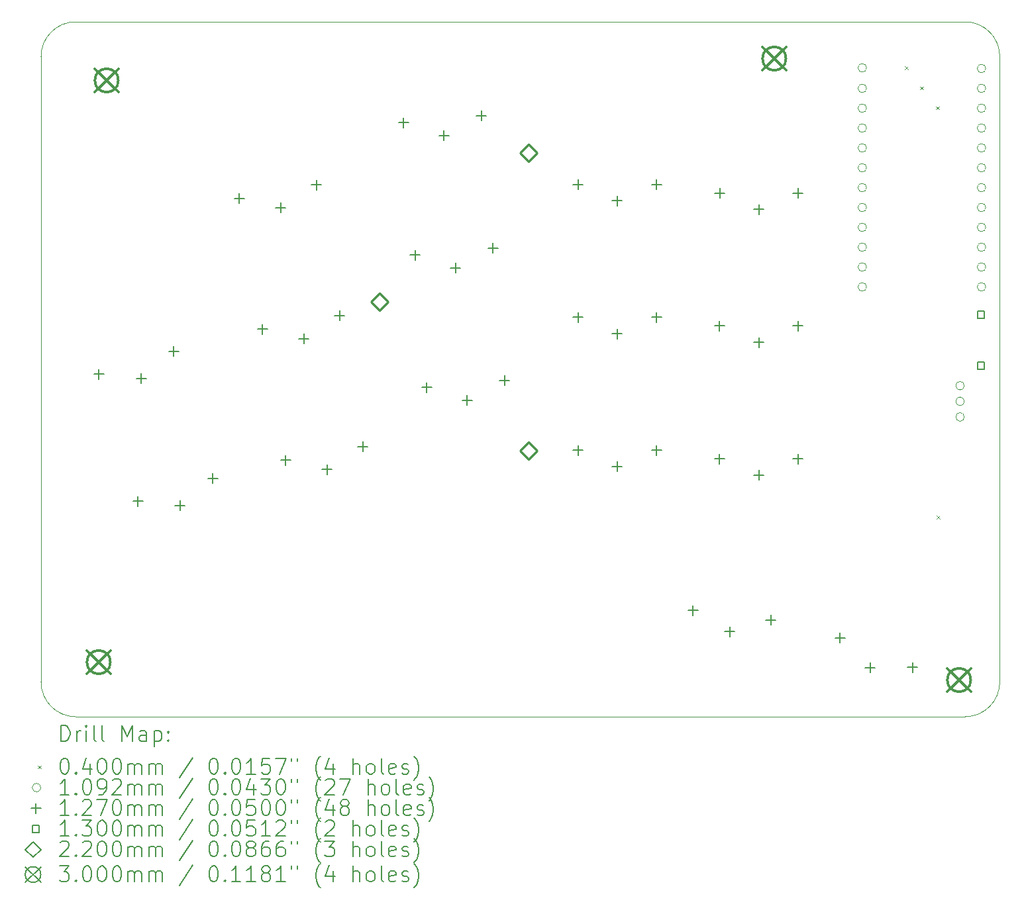
<source format=gbr>
%FSLAX45Y45*%
G04 Gerber Fmt 4.5, Leading zero omitted, Abs format (unit mm)*
G04 Created by KiCad (PCBNEW (6.0.4)) date 2022-07-31 17:14:57*
%MOMM*%
%LPD*%
G01*
G04 APERTURE LIST*
%TA.AperFunction,Profile*%
%ADD10C,0.050000*%
%TD*%
%ADD11C,0.200000*%
%ADD12C,0.040000*%
%ADD13C,0.109220*%
%ADD14C,0.127000*%
%ADD15C,0.130000*%
%ADD16C,0.220000*%
%ADD17C,0.300000*%
G04 APERTURE END LIST*
D10*
X16431618Y3825490D02*
X16431979Y11826325D01*
X4176475Y3825325D02*
G75*
G03*
X4620979Y3380825I444505J5D01*
G01*
X16431975Y11826325D02*
G75*
G03*
X15987479Y12270825I-444495J5D01*
G01*
X4620979Y3380825D02*
X15987118Y3380990D01*
X4176115Y11826612D02*
X4176479Y3825325D01*
X15987479Y12270825D02*
X4620615Y12271112D01*
X4620615Y12271112D02*
G75*
G03*
X4176115Y11826612I0J-444500D01*
G01*
X15987118Y3380991D02*
G75*
G03*
X16431618Y3825490I2J444499D01*
G01*
D11*
D12*
X15220000Y11700985D02*
X15260000Y11660985D01*
X15260000Y11700985D02*
X15220000Y11660985D01*
X15410459Y11444714D02*
X15450459Y11404714D01*
X15450459Y11444714D02*
X15410459Y11404714D01*
X15618978Y11190306D02*
X15658978Y11150306D01*
X15658978Y11190306D02*
X15618978Y11150306D01*
X15624579Y5953525D02*
X15664579Y5913525D01*
X15664579Y5953525D02*
X15624579Y5913525D01*
D13*
X14728331Y11682300D02*
G75*
G03*
X14728331Y11682300I-54610J0D01*
G01*
X14728331Y11419925D02*
G75*
G03*
X14728331Y11419925I-54610J0D01*
G01*
X14728331Y11165925D02*
G75*
G03*
X14728331Y11165925I-54610J0D01*
G01*
X14728331Y10911925D02*
G75*
G03*
X14728331Y10911925I-54610J0D01*
G01*
X14728331Y10657925D02*
G75*
G03*
X14728331Y10657925I-54610J0D01*
G01*
X14728331Y10403925D02*
G75*
G03*
X14728331Y10403925I-54610J0D01*
G01*
X14728331Y10149925D02*
G75*
G03*
X14728331Y10149925I-54610J0D01*
G01*
X14728331Y9895925D02*
G75*
G03*
X14728331Y9895925I-54610J0D01*
G01*
X14728331Y9641925D02*
G75*
G03*
X14728331Y9641925I-54610J0D01*
G01*
X14728331Y9387925D02*
G75*
G03*
X14728331Y9387925I-54610J0D01*
G01*
X14728331Y9133925D02*
G75*
G03*
X14728331Y9133925I-54610J0D01*
G01*
X14728331Y8879925D02*
G75*
G03*
X14728331Y8879925I-54610J0D01*
G01*
X15978589Y7616225D02*
G75*
G03*
X15978589Y7616225I-54610J0D01*
G01*
X15978589Y7416225D02*
G75*
G03*
X15978589Y7416225I-54610J0D01*
G01*
X15978589Y7216225D02*
G75*
G03*
X15978589Y7216225I-54610J0D01*
G01*
X16252331Y11673925D02*
G75*
G03*
X16252331Y11673925I-54610J0D01*
G01*
X16252331Y11419925D02*
G75*
G03*
X16252331Y11419925I-54610J0D01*
G01*
X16252331Y11165925D02*
G75*
G03*
X16252331Y11165925I-54610J0D01*
G01*
X16252331Y10911925D02*
G75*
G03*
X16252331Y10911925I-54610J0D01*
G01*
X16252331Y10657925D02*
G75*
G03*
X16252331Y10657925I-54610J0D01*
G01*
X16252331Y10403925D02*
G75*
G03*
X16252331Y10403925I-54610J0D01*
G01*
X16252331Y10149925D02*
G75*
G03*
X16252331Y10149925I-54610J0D01*
G01*
X16252331Y9895925D02*
G75*
G03*
X16252331Y9895925I-54610J0D01*
G01*
X16252331Y9641925D02*
G75*
G03*
X16252331Y9641925I-54610J0D01*
G01*
X16252331Y9387925D02*
G75*
G03*
X16252331Y9387925I-54610J0D01*
G01*
X16252331Y9133925D02*
G75*
G03*
X16252331Y9133925I-54610J0D01*
G01*
X16252331Y8879925D02*
G75*
G03*
X16252331Y8879925I-54610J0D01*
G01*
D14*
X4917175Y7826915D02*
X4917175Y7699915D01*
X4853675Y7763415D02*
X4980675Y7763415D01*
X5414207Y6201196D02*
X5414207Y6074196D01*
X5350707Y6137696D02*
X5477707Y6137696D01*
X5456725Y7772276D02*
X5456725Y7645276D01*
X5393225Y7708776D02*
X5520225Y7708776D01*
X5873479Y8119286D02*
X5873479Y7992286D01*
X5809979Y8055786D02*
X5936979Y8055786D01*
X5953757Y6146558D02*
X5953757Y6019558D01*
X5890257Y6083058D02*
X6017257Y6083058D01*
X6370511Y6493568D02*
X6370511Y6366568D01*
X6307011Y6430068D02*
X6434011Y6430068D01*
X6712293Y10076956D02*
X6712293Y9949956D01*
X6648793Y10013456D02*
X6775793Y10013456D01*
X7007495Y8402783D02*
X7007495Y8275782D01*
X6943995Y8339282D02*
X7070995Y8339282D01*
X7241163Y9956970D02*
X7241163Y9829970D01*
X7177663Y9893470D02*
X7304663Y9893470D01*
X7302697Y6728609D02*
X7302697Y6601609D01*
X7239197Y6665109D02*
X7366197Y6665109D01*
X7536365Y8282797D02*
X7536365Y8155797D01*
X7472865Y8219297D02*
X7599865Y8219297D01*
X7697101Y10250604D02*
X7697101Y10123604D01*
X7633601Y10187104D02*
X7760601Y10187104D01*
X7831567Y6608624D02*
X7831567Y6481624D01*
X7768067Y6545124D02*
X7895067Y6545124D01*
X7992303Y8576431D02*
X7992303Y8449431D01*
X7928803Y8512931D02*
X8055803Y8512931D01*
X8287505Y6902257D02*
X8287505Y6775257D01*
X8224005Y6838757D02*
X8351005Y6838757D01*
X8809021Y11046316D02*
X8809021Y10919316D01*
X8745521Y10982816D02*
X8872521Y10982816D01*
X8957186Y9352785D02*
X8957186Y9225785D01*
X8893686Y9289285D02*
X9020686Y9289285D01*
X9105351Y7659254D02*
X9105351Y7532254D01*
X9041851Y7595754D02*
X9168851Y7595754D01*
X9325422Y10880693D02*
X9325422Y10753693D01*
X9261922Y10817193D02*
X9388922Y10817193D01*
X9473586Y9187162D02*
X9473586Y9060162D01*
X9410086Y9123662D02*
X9537086Y9123662D01*
X9621751Y7493631D02*
X9621751Y7366631D01*
X9558251Y7430131D02*
X9685251Y7430131D01*
X9805216Y11133472D02*
X9805216Y11006472D01*
X9741716Y11069972D02*
X9868716Y11069972D01*
X9953381Y9439941D02*
X9953381Y9312941D01*
X9889881Y9376441D02*
X10016881Y9376441D01*
X10101546Y7746410D02*
X10101546Y7619410D01*
X10038046Y7682910D02*
X10165046Y7682910D01*
X11042479Y10254725D02*
X11042479Y10127725D01*
X10978979Y10191225D02*
X11105979Y10191225D01*
X11042479Y8554725D02*
X11042479Y8427725D01*
X10978979Y8491225D02*
X11105979Y8491225D01*
X11042479Y6854725D02*
X11042479Y6727725D01*
X10978979Y6791225D02*
X11105979Y6791225D01*
X11542479Y10044725D02*
X11542479Y9917725D01*
X11478979Y9981225D02*
X11605979Y9981225D01*
X11542479Y8344725D02*
X11542479Y8217725D01*
X11478979Y8281225D02*
X11605979Y8281225D01*
X11542479Y6644725D02*
X11542479Y6517725D01*
X11478979Y6581225D02*
X11605979Y6581225D01*
X12042479Y10254725D02*
X12042479Y10127725D01*
X11978979Y10191225D02*
X12105979Y10191225D01*
X12042479Y8554725D02*
X12042479Y8427725D01*
X11978979Y8491225D02*
X12105979Y8491225D01*
X12042479Y6854725D02*
X12042479Y6727725D01*
X11978979Y6791225D02*
X12105979Y6791225D01*
X12510764Y4804938D02*
X12510764Y4677938D01*
X12447264Y4741438D02*
X12574264Y4741438D01*
X12850579Y8444649D02*
X12850579Y8317649D01*
X12787079Y8381149D02*
X12914079Y8381149D01*
X12850579Y6744649D02*
X12850579Y6617649D01*
X12787079Y6681149D02*
X12914079Y6681149D01*
X12851323Y10144399D02*
X12851323Y10017399D01*
X12787823Y10080899D02*
X12914823Y10080899D01*
X12981445Y4535569D02*
X12981445Y4408569D01*
X12917945Y4472069D02*
X13044945Y4472069D01*
X13350579Y8234649D02*
X13350579Y8107649D01*
X13287079Y8171149D02*
X13414079Y8171149D01*
X13350579Y6534649D02*
X13350579Y6407649D01*
X13287079Y6471149D02*
X13414079Y6471149D01*
X13351323Y9934399D02*
X13351323Y9807399D01*
X13287823Y9870899D02*
X13414823Y9870899D01*
X13503310Y4683069D02*
X13503310Y4556069D01*
X13439810Y4619569D02*
X13566810Y4619569D01*
X13850579Y8444649D02*
X13850579Y8317649D01*
X13787079Y8381149D02*
X13914079Y8381149D01*
X13850579Y6744649D02*
X13850579Y6617649D01*
X13787079Y6681149D02*
X13914079Y6681149D01*
X13851323Y10144399D02*
X13851323Y10017399D01*
X13787823Y10080899D02*
X13914823Y10080899D01*
X14389989Y4453758D02*
X14389989Y4326758D01*
X14326489Y4390258D02*
X14453489Y4390258D01*
X14774913Y4071746D02*
X14774913Y3944746D01*
X14711413Y4008246D02*
X14838413Y4008246D01*
X15317173Y4079151D02*
X15317173Y3952151D01*
X15253673Y4015651D02*
X15380673Y4015651D01*
D15*
X16236641Y8478363D02*
X16236641Y8570288D01*
X16144717Y8570288D01*
X16144717Y8478363D01*
X16236641Y8478363D01*
X16236641Y7828363D02*
X16236641Y7920288D01*
X16144717Y7920288D01*
X16144717Y7828363D01*
X16236641Y7828363D01*
D16*
X8507179Y8579425D02*
X8617179Y8689425D01*
X8507179Y8799425D01*
X8397179Y8689425D01*
X8507179Y8579425D01*
X10412179Y10484425D02*
X10522179Y10594425D01*
X10412179Y10704425D01*
X10302179Y10594425D01*
X10412179Y10484425D01*
X10412179Y6674425D02*
X10522179Y6784425D01*
X10412179Y6894425D01*
X10302179Y6784425D01*
X10412179Y6674425D01*
D17*
X4763079Y4229325D02*
X5063079Y3929325D01*
X5063079Y4229325D02*
X4763079Y3929325D01*
X5063079Y4079325D02*
G75*
G03*
X5063079Y4079325I-150000J0D01*
G01*
X4864679Y11671525D02*
X5164679Y11371525D01*
X5164679Y11671525D02*
X4864679Y11371525D01*
X5164679Y11521525D02*
G75*
G03*
X5164679Y11521525I-150000J0D01*
G01*
X13399079Y11950925D02*
X13699079Y11650925D01*
X13699079Y11950925D02*
X13399079Y11650925D01*
X13699079Y11800925D02*
G75*
G03*
X13699079Y11800925I-150000J0D01*
G01*
X15761279Y4000725D02*
X16061279Y3700725D01*
X16061279Y4000725D02*
X15761279Y3700725D01*
X16061279Y3850725D02*
G75*
G03*
X16061279Y3850725I-150000J0D01*
G01*
D11*
X4431234Y3067849D02*
X4431234Y3267849D01*
X4478853Y3267849D01*
X4507424Y3258325D01*
X4526472Y3239278D01*
X4535996Y3220230D01*
X4545520Y3182135D01*
X4545520Y3153563D01*
X4535996Y3115468D01*
X4526472Y3096421D01*
X4507424Y3077373D01*
X4478853Y3067849D01*
X4431234Y3067849D01*
X4631234Y3067849D02*
X4631234Y3201182D01*
X4631234Y3163087D02*
X4640758Y3182135D01*
X4650282Y3191659D01*
X4669329Y3201182D01*
X4688377Y3201182D01*
X4755043Y3067849D02*
X4755043Y3201182D01*
X4755043Y3267849D02*
X4745520Y3258325D01*
X4755043Y3248801D01*
X4764567Y3258325D01*
X4755043Y3267849D01*
X4755043Y3248801D01*
X4878853Y3067849D02*
X4859805Y3077373D01*
X4850282Y3096421D01*
X4850282Y3267849D01*
X4983615Y3067849D02*
X4964567Y3077373D01*
X4955043Y3096421D01*
X4955043Y3267849D01*
X5212186Y3067849D02*
X5212186Y3267849D01*
X5278853Y3124992D01*
X5345520Y3267849D01*
X5345520Y3067849D01*
X5526472Y3067849D02*
X5526472Y3172611D01*
X5516948Y3191659D01*
X5497901Y3201182D01*
X5459805Y3201182D01*
X5440758Y3191659D01*
X5526472Y3077373D02*
X5507424Y3067849D01*
X5459805Y3067849D01*
X5440758Y3077373D01*
X5431234Y3096421D01*
X5431234Y3115468D01*
X5440758Y3134516D01*
X5459805Y3144040D01*
X5507424Y3144040D01*
X5526472Y3153563D01*
X5621710Y3201182D02*
X5621710Y3001182D01*
X5621710Y3191659D02*
X5640758Y3201182D01*
X5678853Y3201182D01*
X5697901Y3191659D01*
X5707424Y3182135D01*
X5716948Y3163087D01*
X5716948Y3105944D01*
X5707424Y3086897D01*
X5697901Y3077373D01*
X5678853Y3067849D01*
X5640758Y3067849D01*
X5621710Y3077373D01*
X5802662Y3086897D02*
X5812186Y3077373D01*
X5802662Y3067849D01*
X5793139Y3077373D01*
X5802662Y3086897D01*
X5802662Y3067849D01*
X5802662Y3191659D02*
X5812186Y3182135D01*
X5802662Y3172611D01*
X5793139Y3182135D01*
X5802662Y3191659D01*
X5802662Y3172611D01*
D12*
X4133615Y2758325D02*
X4173615Y2718325D01*
X4173615Y2758325D02*
X4133615Y2718325D01*
D11*
X4469329Y2847849D02*
X4488377Y2847849D01*
X4507424Y2838325D01*
X4516948Y2828801D01*
X4526472Y2809754D01*
X4535996Y2771659D01*
X4535996Y2724040D01*
X4526472Y2685944D01*
X4516948Y2666897D01*
X4507424Y2657373D01*
X4488377Y2647849D01*
X4469329Y2647849D01*
X4450282Y2657373D01*
X4440758Y2666897D01*
X4431234Y2685944D01*
X4421710Y2724040D01*
X4421710Y2771659D01*
X4431234Y2809754D01*
X4440758Y2828801D01*
X4450282Y2838325D01*
X4469329Y2847849D01*
X4621710Y2666897D02*
X4631234Y2657373D01*
X4621710Y2647849D01*
X4612186Y2657373D01*
X4621710Y2666897D01*
X4621710Y2647849D01*
X4802663Y2781183D02*
X4802663Y2647849D01*
X4755043Y2857373D02*
X4707424Y2714516D01*
X4831234Y2714516D01*
X4945520Y2847849D02*
X4964567Y2847849D01*
X4983615Y2838325D01*
X4993139Y2828801D01*
X5002663Y2809754D01*
X5012186Y2771659D01*
X5012186Y2724040D01*
X5002663Y2685944D01*
X4993139Y2666897D01*
X4983615Y2657373D01*
X4964567Y2647849D01*
X4945520Y2647849D01*
X4926472Y2657373D01*
X4916948Y2666897D01*
X4907424Y2685944D01*
X4897901Y2724040D01*
X4897901Y2771659D01*
X4907424Y2809754D01*
X4916948Y2828801D01*
X4926472Y2838325D01*
X4945520Y2847849D01*
X5135996Y2847849D02*
X5155043Y2847849D01*
X5174091Y2838325D01*
X5183615Y2828801D01*
X5193139Y2809754D01*
X5202663Y2771659D01*
X5202663Y2724040D01*
X5193139Y2685944D01*
X5183615Y2666897D01*
X5174091Y2657373D01*
X5155043Y2647849D01*
X5135996Y2647849D01*
X5116948Y2657373D01*
X5107424Y2666897D01*
X5097901Y2685944D01*
X5088377Y2724040D01*
X5088377Y2771659D01*
X5097901Y2809754D01*
X5107424Y2828801D01*
X5116948Y2838325D01*
X5135996Y2847849D01*
X5288377Y2647849D02*
X5288377Y2781183D01*
X5288377Y2762135D02*
X5297901Y2771659D01*
X5316948Y2781183D01*
X5345520Y2781183D01*
X5364567Y2771659D01*
X5374091Y2752611D01*
X5374091Y2647849D01*
X5374091Y2752611D02*
X5383615Y2771659D01*
X5402663Y2781183D01*
X5431234Y2781183D01*
X5450282Y2771659D01*
X5459805Y2752611D01*
X5459805Y2647849D01*
X5555043Y2647849D02*
X5555043Y2781183D01*
X5555043Y2762135D02*
X5564567Y2771659D01*
X5583615Y2781183D01*
X5612186Y2781183D01*
X5631234Y2771659D01*
X5640758Y2752611D01*
X5640758Y2647849D01*
X5640758Y2752611D02*
X5650281Y2771659D01*
X5669329Y2781183D01*
X5697901Y2781183D01*
X5716948Y2771659D01*
X5726472Y2752611D01*
X5726472Y2647849D01*
X6116948Y2857373D02*
X5945520Y2600230D01*
X6374091Y2847849D02*
X6393139Y2847849D01*
X6412186Y2838325D01*
X6421710Y2828801D01*
X6431234Y2809754D01*
X6440758Y2771659D01*
X6440758Y2724040D01*
X6431234Y2685944D01*
X6421710Y2666897D01*
X6412186Y2657373D01*
X6393139Y2647849D01*
X6374091Y2647849D01*
X6355043Y2657373D01*
X6345520Y2666897D01*
X6335996Y2685944D01*
X6326472Y2724040D01*
X6326472Y2771659D01*
X6335996Y2809754D01*
X6345520Y2828801D01*
X6355043Y2838325D01*
X6374091Y2847849D01*
X6526472Y2666897D02*
X6535996Y2657373D01*
X6526472Y2647849D01*
X6516948Y2657373D01*
X6526472Y2666897D01*
X6526472Y2647849D01*
X6659805Y2847849D02*
X6678853Y2847849D01*
X6697901Y2838325D01*
X6707424Y2828801D01*
X6716948Y2809754D01*
X6726472Y2771659D01*
X6726472Y2724040D01*
X6716948Y2685944D01*
X6707424Y2666897D01*
X6697901Y2657373D01*
X6678853Y2647849D01*
X6659805Y2647849D01*
X6640758Y2657373D01*
X6631234Y2666897D01*
X6621710Y2685944D01*
X6612186Y2724040D01*
X6612186Y2771659D01*
X6621710Y2809754D01*
X6631234Y2828801D01*
X6640758Y2838325D01*
X6659805Y2847849D01*
X6916948Y2647849D02*
X6802662Y2647849D01*
X6859805Y2647849D02*
X6859805Y2847849D01*
X6840758Y2819278D01*
X6821710Y2800230D01*
X6802662Y2790706D01*
X7097901Y2847849D02*
X7002662Y2847849D01*
X6993139Y2752611D01*
X7002662Y2762135D01*
X7021710Y2771659D01*
X7069329Y2771659D01*
X7088377Y2762135D01*
X7097901Y2752611D01*
X7107424Y2733563D01*
X7107424Y2685944D01*
X7097901Y2666897D01*
X7088377Y2657373D01*
X7069329Y2647849D01*
X7021710Y2647849D01*
X7002662Y2657373D01*
X6993139Y2666897D01*
X7174091Y2847849D02*
X7307424Y2847849D01*
X7221710Y2647849D01*
X7374091Y2847849D02*
X7374091Y2809754D01*
X7450281Y2847849D02*
X7450281Y2809754D01*
X7745520Y2571659D02*
X7735996Y2581183D01*
X7716948Y2609754D01*
X7707424Y2628802D01*
X7697901Y2657373D01*
X7688377Y2704992D01*
X7688377Y2743087D01*
X7697901Y2790706D01*
X7707424Y2819278D01*
X7716948Y2838325D01*
X7735996Y2866897D01*
X7745520Y2876421D01*
X7907424Y2781183D02*
X7907424Y2647849D01*
X7859805Y2857373D02*
X7812186Y2714516D01*
X7935996Y2714516D01*
X8164567Y2647849D02*
X8164567Y2847849D01*
X8250281Y2647849D02*
X8250281Y2752611D01*
X8240758Y2771659D01*
X8221710Y2781183D01*
X8193139Y2781183D01*
X8174091Y2771659D01*
X8164567Y2762135D01*
X8374091Y2647849D02*
X8355043Y2657373D01*
X8345520Y2666897D01*
X8335996Y2685944D01*
X8335996Y2743087D01*
X8345520Y2762135D01*
X8355043Y2771659D01*
X8374091Y2781183D01*
X8402663Y2781183D01*
X8421710Y2771659D01*
X8431234Y2762135D01*
X8440758Y2743087D01*
X8440758Y2685944D01*
X8431234Y2666897D01*
X8421710Y2657373D01*
X8402663Y2647849D01*
X8374091Y2647849D01*
X8555043Y2647849D02*
X8535996Y2657373D01*
X8526472Y2676421D01*
X8526472Y2847849D01*
X8707424Y2657373D02*
X8688377Y2647849D01*
X8650282Y2647849D01*
X8631234Y2657373D01*
X8621710Y2676421D01*
X8621710Y2752611D01*
X8631234Y2771659D01*
X8650282Y2781183D01*
X8688377Y2781183D01*
X8707424Y2771659D01*
X8716948Y2752611D01*
X8716948Y2733563D01*
X8621710Y2714516D01*
X8793139Y2657373D02*
X8812186Y2647849D01*
X8850282Y2647849D01*
X8869329Y2657373D01*
X8878853Y2676421D01*
X8878853Y2685944D01*
X8869329Y2704992D01*
X8850282Y2714516D01*
X8821710Y2714516D01*
X8802663Y2724040D01*
X8793139Y2743087D01*
X8793139Y2752611D01*
X8802663Y2771659D01*
X8821710Y2781183D01*
X8850282Y2781183D01*
X8869329Y2771659D01*
X8945520Y2571659D02*
X8955043Y2581183D01*
X8974091Y2609754D01*
X8983615Y2628802D01*
X8993139Y2657373D01*
X9002663Y2704992D01*
X9002663Y2743087D01*
X8993139Y2790706D01*
X8983615Y2819278D01*
X8974091Y2838325D01*
X8955043Y2866897D01*
X8945520Y2876421D01*
D13*
X4173615Y2474325D02*
G75*
G03*
X4173615Y2474325I-54610J0D01*
G01*
D11*
X4535996Y2383849D02*
X4421710Y2383849D01*
X4478853Y2383849D02*
X4478853Y2583849D01*
X4459805Y2555278D01*
X4440758Y2536230D01*
X4421710Y2526706D01*
X4621710Y2402897D02*
X4631234Y2393373D01*
X4621710Y2383849D01*
X4612186Y2393373D01*
X4621710Y2402897D01*
X4621710Y2383849D01*
X4755043Y2583849D02*
X4774091Y2583849D01*
X4793139Y2574325D01*
X4802663Y2564802D01*
X4812186Y2545754D01*
X4821710Y2507659D01*
X4821710Y2460040D01*
X4812186Y2421944D01*
X4802663Y2402897D01*
X4793139Y2393373D01*
X4774091Y2383849D01*
X4755043Y2383849D01*
X4735996Y2393373D01*
X4726472Y2402897D01*
X4716948Y2421944D01*
X4707424Y2460040D01*
X4707424Y2507659D01*
X4716948Y2545754D01*
X4726472Y2564802D01*
X4735996Y2574325D01*
X4755043Y2583849D01*
X4916948Y2383849D02*
X4955043Y2383849D01*
X4974091Y2393373D01*
X4983615Y2402897D01*
X5002663Y2431468D01*
X5012186Y2469563D01*
X5012186Y2545754D01*
X5002663Y2564802D01*
X4993139Y2574325D01*
X4974091Y2583849D01*
X4935996Y2583849D01*
X4916948Y2574325D01*
X4907424Y2564802D01*
X4897901Y2545754D01*
X4897901Y2498135D01*
X4907424Y2479087D01*
X4916948Y2469563D01*
X4935996Y2460040D01*
X4974091Y2460040D01*
X4993139Y2469563D01*
X5002663Y2479087D01*
X5012186Y2498135D01*
X5088377Y2564802D02*
X5097901Y2574325D01*
X5116948Y2583849D01*
X5164567Y2583849D01*
X5183615Y2574325D01*
X5193139Y2564802D01*
X5202663Y2545754D01*
X5202663Y2526706D01*
X5193139Y2498135D01*
X5078853Y2383849D01*
X5202663Y2383849D01*
X5288377Y2383849D02*
X5288377Y2517183D01*
X5288377Y2498135D02*
X5297901Y2507659D01*
X5316948Y2517183D01*
X5345520Y2517183D01*
X5364567Y2507659D01*
X5374091Y2488611D01*
X5374091Y2383849D01*
X5374091Y2488611D02*
X5383615Y2507659D01*
X5402663Y2517183D01*
X5431234Y2517183D01*
X5450282Y2507659D01*
X5459805Y2488611D01*
X5459805Y2383849D01*
X5555043Y2383849D02*
X5555043Y2517183D01*
X5555043Y2498135D02*
X5564567Y2507659D01*
X5583615Y2517183D01*
X5612186Y2517183D01*
X5631234Y2507659D01*
X5640758Y2488611D01*
X5640758Y2383849D01*
X5640758Y2488611D02*
X5650281Y2507659D01*
X5669329Y2517183D01*
X5697901Y2517183D01*
X5716948Y2507659D01*
X5726472Y2488611D01*
X5726472Y2383849D01*
X6116948Y2593373D02*
X5945520Y2336230D01*
X6374091Y2583849D02*
X6393139Y2583849D01*
X6412186Y2574325D01*
X6421710Y2564802D01*
X6431234Y2545754D01*
X6440758Y2507659D01*
X6440758Y2460040D01*
X6431234Y2421944D01*
X6421710Y2402897D01*
X6412186Y2393373D01*
X6393139Y2383849D01*
X6374091Y2383849D01*
X6355043Y2393373D01*
X6345520Y2402897D01*
X6335996Y2421944D01*
X6326472Y2460040D01*
X6326472Y2507659D01*
X6335996Y2545754D01*
X6345520Y2564802D01*
X6355043Y2574325D01*
X6374091Y2583849D01*
X6526472Y2402897D02*
X6535996Y2393373D01*
X6526472Y2383849D01*
X6516948Y2393373D01*
X6526472Y2402897D01*
X6526472Y2383849D01*
X6659805Y2583849D02*
X6678853Y2583849D01*
X6697901Y2574325D01*
X6707424Y2564802D01*
X6716948Y2545754D01*
X6726472Y2507659D01*
X6726472Y2460040D01*
X6716948Y2421944D01*
X6707424Y2402897D01*
X6697901Y2393373D01*
X6678853Y2383849D01*
X6659805Y2383849D01*
X6640758Y2393373D01*
X6631234Y2402897D01*
X6621710Y2421944D01*
X6612186Y2460040D01*
X6612186Y2507659D01*
X6621710Y2545754D01*
X6631234Y2564802D01*
X6640758Y2574325D01*
X6659805Y2583849D01*
X6897901Y2517183D02*
X6897901Y2383849D01*
X6850281Y2593373D02*
X6802662Y2450516D01*
X6926472Y2450516D01*
X6983615Y2583849D02*
X7107424Y2583849D01*
X7040758Y2507659D01*
X7069329Y2507659D01*
X7088377Y2498135D01*
X7097901Y2488611D01*
X7107424Y2469563D01*
X7107424Y2421944D01*
X7097901Y2402897D01*
X7088377Y2393373D01*
X7069329Y2383849D01*
X7012186Y2383849D01*
X6993139Y2393373D01*
X6983615Y2402897D01*
X7231234Y2583849D02*
X7250281Y2583849D01*
X7269329Y2574325D01*
X7278853Y2564802D01*
X7288377Y2545754D01*
X7297901Y2507659D01*
X7297901Y2460040D01*
X7288377Y2421944D01*
X7278853Y2402897D01*
X7269329Y2393373D01*
X7250281Y2383849D01*
X7231234Y2383849D01*
X7212186Y2393373D01*
X7202662Y2402897D01*
X7193139Y2421944D01*
X7183615Y2460040D01*
X7183615Y2507659D01*
X7193139Y2545754D01*
X7202662Y2564802D01*
X7212186Y2574325D01*
X7231234Y2583849D01*
X7374091Y2583849D02*
X7374091Y2545754D01*
X7450281Y2583849D02*
X7450281Y2545754D01*
X7745520Y2307659D02*
X7735996Y2317183D01*
X7716948Y2345754D01*
X7707424Y2364802D01*
X7697901Y2393373D01*
X7688377Y2440992D01*
X7688377Y2479087D01*
X7697901Y2526706D01*
X7707424Y2555278D01*
X7716948Y2574325D01*
X7735996Y2602897D01*
X7745520Y2612421D01*
X7812186Y2564802D02*
X7821710Y2574325D01*
X7840758Y2583849D01*
X7888377Y2583849D01*
X7907424Y2574325D01*
X7916948Y2564802D01*
X7926472Y2545754D01*
X7926472Y2526706D01*
X7916948Y2498135D01*
X7802662Y2383849D01*
X7926472Y2383849D01*
X7993139Y2583849D02*
X8126472Y2583849D01*
X8040758Y2383849D01*
X8355043Y2383849D02*
X8355043Y2583849D01*
X8440758Y2383849D02*
X8440758Y2488611D01*
X8431234Y2507659D01*
X8412186Y2517183D01*
X8383615Y2517183D01*
X8364567Y2507659D01*
X8355043Y2498135D01*
X8564567Y2383849D02*
X8545520Y2393373D01*
X8535996Y2402897D01*
X8526472Y2421944D01*
X8526472Y2479087D01*
X8535996Y2498135D01*
X8545520Y2507659D01*
X8564567Y2517183D01*
X8593139Y2517183D01*
X8612186Y2507659D01*
X8621710Y2498135D01*
X8631234Y2479087D01*
X8631234Y2421944D01*
X8621710Y2402897D01*
X8612186Y2393373D01*
X8593139Y2383849D01*
X8564567Y2383849D01*
X8745520Y2383849D02*
X8726472Y2393373D01*
X8716948Y2412421D01*
X8716948Y2583849D01*
X8897901Y2393373D02*
X8878853Y2383849D01*
X8840758Y2383849D01*
X8821710Y2393373D01*
X8812186Y2412421D01*
X8812186Y2488611D01*
X8821710Y2507659D01*
X8840758Y2517183D01*
X8878853Y2517183D01*
X8897901Y2507659D01*
X8907424Y2488611D01*
X8907424Y2469563D01*
X8812186Y2450516D01*
X8983615Y2393373D02*
X9002663Y2383849D01*
X9040758Y2383849D01*
X9059805Y2393373D01*
X9069329Y2412421D01*
X9069329Y2421944D01*
X9059805Y2440992D01*
X9040758Y2450516D01*
X9012186Y2450516D01*
X8993139Y2460040D01*
X8983615Y2479087D01*
X8983615Y2488611D01*
X8993139Y2507659D01*
X9012186Y2517183D01*
X9040758Y2517183D01*
X9059805Y2507659D01*
X9135996Y2307659D02*
X9145520Y2317183D01*
X9164567Y2345754D01*
X9174091Y2364802D01*
X9183615Y2393373D01*
X9193139Y2440992D01*
X9193139Y2479087D01*
X9183615Y2526706D01*
X9174091Y2555278D01*
X9164567Y2574325D01*
X9145520Y2602897D01*
X9135996Y2612421D01*
D14*
X4110115Y2273825D02*
X4110115Y2146825D01*
X4046615Y2210325D02*
X4173615Y2210325D01*
D11*
X4535996Y2119849D02*
X4421710Y2119849D01*
X4478853Y2119849D02*
X4478853Y2319849D01*
X4459805Y2291278D01*
X4440758Y2272230D01*
X4421710Y2262706D01*
X4621710Y2138897D02*
X4631234Y2129373D01*
X4621710Y2119849D01*
X4612186Y2129373D01*
X4621710Y2138897D01*
X4621710Y2119849D01*
X4707424Y2300802D02*
X4716948Y2310325D01*
X4735996Y2319849D01*
X4783615Y2319849D01*
X4802663Y2310325D01*
X4812186Y2300802D01*
X4821710Y2281754D01*
X4821710Y2262706D01*
X4812186Y2234135D01*
X4697901Y2119849D01*
X4821710Y2119849D01*
X4888377Y2319849D02*
X5021710Y2319849D01*
X4935996Y2119849D01*
X5135996Y2319849D02*
X5155043Y2319849D01*
X5174091Y2310325D01*
X5183615Y2300802D01*
X5193139Y2281754D01*
X5202663Y2243659D01*
X5202663Y2196040D01*
X5193139Y2157944D01*
X5183615Y2138897D01*
X5174091Y2129373D01*
X5155043Y2119849D01*
X5135996Y2119849D01*
X5116948Y2129373D01*
X5107424Y2138897D01*
X5097901Y2157944D01*
X5088377Y2196040D01*
X5088377Y2243659D01*
X5097901Y2281754D01*
X5107424Y2300802D01*
X5116948Y2310325D01*
X5135996Y2319849D01*
X5288377Y2119849D02*
X5288377Y2253183D01*
X5288377Y2234135D02*
X5297901Y2243659D01*
X5316948Y2253183D01*
X5345520Y2253183D01*
X5364567Y2243659D01*
X5374091Y2224611D01*
X5374091Y2119849D01*
X5374091Y2224611D02*
X5383615Y2243659D01*
X5402663Y2253183D01*
X5431234Y2253183D01*
X5450282Y2243659D01*
X5459805Y2224611D01*
X5459805Y2119849D01*
X5555043Y2119849D02*
X5555043Y2253183D01*
X5555043Y2234135D02*
X5564567Y2243659D01*
X5583615Y2253183D01*
X5612186Y2253183D01*
X5631234Y2243659D01*
X5640758Y2224611D01*
X5640758Y2119849D01*
X5640758Y2224611D02*
X5650281Y2243659D01*
X5669329Y2253183D01*
X5697901Y2253183D01*
X5716948Y2243659D01*
X5726472Y2224611D01*
X5726472Y2119849D01*
X6116948Y2329373D02*
X5945520Y2072230D01*
X6374091Y2319849D02*
X6393139Y2319849D01*
X6412186Y2310325D01*
X6421710Y2300802D01*
X6431234Y2281754D01*
X6440758Y2243659D01*
X6440758Y2196040D01*
X6431234Y2157944D01*
X6421710Y2138897D01*
X6412186Y2129373D01*
X6393139Y2119849D01*
X6374091Y2119849D01*
X6355043Y2129373D01*
X6345520Y2138897D01*
X6335996Y2157944D01*
X6326472Y2196040D01*
X6326472Y2243659D01*
X6335996Y2281754D01*
X6345520Y2300802D01*
X6355043Y2310325D01*
X6374091Y2319849D01*
X6526472Y2138897D02*
X6535996Y2129373D01*
X6526472Y2119849D01*
X6516948Y2129373D01*
X6526472Y2138897D01*
X6526472Y2119849D01*
X6659805Y2319849D02*
X6678853Y2319849D01*
X6697901Y2310325D01*
X6707424Y2300802D01*
X6716948Y2281754D01*
X6726472Y2243659D01*
X6726472Y2196040D01*
X6716948Y2157944D01*
X6707424Y2138897D01*
X6697901Y2129373D01*
X6678853Y2119849D01*
X6659805Y2119849D01*
X6640758Y2129373D01*
X6631234Y2138897D01*
X6621710Y2157944D01*
X6612186Y2196040D01*
X6612186Y2243659D01*
X6621710Y2281754D01*
X6631234Y2300802D01*
X6640758Y2310325D01*
X6659805Y2319849D01*
X6907424Y2319849D02*
X6812186Y2319849D01*
X6802662Y2224611D01*
X6812186Y2234135D01*
X6831234Y2243659D01*
X6878853Y2243659D01*
X6897901Y2234135D01*
X6907424Y2224611D01*
X6916948Y2205563D01*
X6916948Y2157944D01*
X6907424Y2138897D01*
X6897901Y2129373D01*
X6878853Y2119849D01*
X6831234Y2119849D01*
X6812186Y2129373D01*
X6802662Y2138897D01*
X7040758Y2319849D02*
X7059805Y2319849D01*
X7078853Y2310325D01*
X7088377Y2300802D01*
X7097901Y2281754D01*
X7107424Y2243659D01*
X7107424Y2196040D01*
X7097901Y2157944D01*
X7088377Y2138897D01*
X7078853Y2129373D01*
X7059805Y2119849D01*
X7040758Y2119849D01*
X7021710Y2129373D01*
X7012186Y2138897D01*
X7002662Y2157944D01*
X6993139Y2196040D01*
X6993139Y2243659D01*
X7002662Y2281754D01*
X7012186Y2300802D01*
X7021710Y2310325D01*
X7040758Y2319849D01*
X7231234Y2319849D02*
X7250281Y2319849D01*
X7269329Y2310325D01*
X7278853Y2300802D01*
X7288377Y2281754D01*
X7297901Y2243659D01*
X7297901Y2196040D01*
X7288377Y2157944D01*
X7278853Y2138897D01*
X7269329Y2129373D01*
X7250281Y2119849D01*
X7231234Y2119849D01*
X7212186Y2129373D01*
X7202662Y2138897D01*
X7193139Y2157944D01*
X7183615Y2196040D01*
X7183615Y2243659D01*
X7193139Y2281754D01*
X7202662Y2300802D01*
X7212186Y2310325D01*
X7231234Y2319849D01*
X7374091Y2319849D02*
X7374091Y2281754D01*
X7450281Y2319849D02*
X7450281Y2281754D01*
X7745520Y2043659D02*
X7735996Y2053182D01*
X7716948Y2081754D01*
X7707424Y2100802D01*
X7697901Y2129373D01*
X7688377Y2176992D01*
X7688377Y2215087D01*
X7697901Y2262706D01*
X7707424Y2291278D01*
X7716948Y2310325D01*
X7735996Y2338897D01*
X7745520Y2348421D01*
X7907424Y2253183D02*
X7907424Y2119849D01*
X7859805Y2329373D02*
X7812186Y2186516D01*
X7935996Y2186516D01*
X8040758Y2234135D02*
X8021710Y2243659D01*
X8012186Y2253183D01*
X8002662Y2272230D01*
X8002662Y2281754D01*
X8012186Y2300802D01*
X8021710Y2310325D01*
X8040758Y2319849D01*
X8078853Y2319849D01*
X8097901Y2310325D01*
X8107424Y2300802D01*
X8116948Y2281754D01*
X8116948Y2272230D01*
X8107424Y2253183D01*
X8097901Y2243659D01*
X8078853Y2234135D01*
X8040758Y2234135D01*
X8021710Y2224611D01*
X8012186Y2215087D01*
X8002662Y2196040D01*
X8002662Y2157944D01*
X8012186Y2138897D01*
X8021710Y2129373D01*
X8040758Y2119849D01*
X8078853Y2119849D01*
X8097901Y2129373D01*
X8107424Y2138897D01*
X8116948Y2157944D01*
X8116948Y2196040D01*
X8107424Y2215087D01*
X8097901Y2224611D01*
X8078853Y2234135D01*
X8355043Y2119849D02*
X8355043Y2319849D01*
X8440758Y2119849D02*
X8440758Y2224611D01*
X8431234Y2243659D01*
X8412186Y2253183D01*
X8383615Y2253183D01*
X8364567Y2243659D01*
X8355043Y2234135D01*
X8564567Y2119849D02*
X8545520Y2129373D01*
X8535996Y2138897D01*
X8526472Y2157944D01*
X8526472Y2215087D01*
X8535996Y2234135D01*
X8545520Y2243659D01*
X8564567Y2253183D01*
X8593139Y2253183D01*
X8612186Y2243659D01*
X8621710Y2234135D01*
X8631234Y2215087D01*
X8631234Y2157944D01*
X8621710Y2138897D01*
X8612186Y2129373D01*
X8593139Y2119849D01*
X8564567Y2119849D01*
X8745520Y2119849D02*
X8726472Y2129373D01*
X8716948Y2148421D01*
X8716948Y2319849D01*
X8897901Y2129373D02*
X8878853Y2119849D01*
X8840758Y2119849D01*
X8821710Y2129373D01*
X8812186Y2148421D01*
X8812186Y2224611D01*
X8821710Y2243659D01*
X8840758Y2253183D01*
X8878853Y2253183D01*
X8897901Y2243659D01*
X8907424Y2224611D01*
X8907424Y2205563D01*
X8812186Y2186516D01*
X8983615Y2129373D02*
X9002663Y2119849D01*
X9040758Y2119849D01*
X9059805Y2129373D01*
X9069329Y2148421D01*
X9069329Y2157944D01*
X9059805Y2176992D01*
X9040758Y2186516D01*
X9012186Y2186516D01*
X8993139Y2196040D01*
X8983615Y2215087D01*
X8983615Y2224611D01*
X8993139Y2243659D01*
X9012186Y2253183D01*
X9040758Y2253183D01*
X9059805Y2243659D01*
X9135996Y2043659D02*
X9145520Y2053182D01*
X9164567Y2081754D01*
X9174091Y2100802D01*
X9183615Y2129373D01*
X9193139Y2176992D01*
X9193139Y2215087D01*
X9183615Y2262706D01*
X9174091Y2291278D01*
X9164567Y2310325D01*
X9145520Y2338897D01*
X9135996Y2348421D01*
D15*
X4154577Y1900363D02*
X4154577Y1992288D01*
X4062652Y1992288D01*
X4062652Y1900363D01*
X4154577Y1900363D01*
D11*
X4535996Y1855849D02*
X4421710Y1855849D01*
X4478853Y1855849D02*
X4478853Y2055849D01*
X4459805Y2027278D01*
X4440758Y2008230D01*
X4421710Y1998706D01*
X4621710Y1874897D02*
X4631234Y1865373D01*
X4621710Y1855849D01*
X4612186Y1865373D01*
X4621710Y1874897D01*
X4621710Y1855849D01*
X4697901Y2055849D02*
X4821710Y2055849D01*
X4755043Y1979659D01*
X4783615Y1979659D01*
X4802663Y1970135D01*
X4812186Y1960611D01*
X4821710Y1941563D01*
X4821710Y1893944D01*
X4812186Y1874897D01*
X4802663Y1865373D01*
X4783615Y1855849D01*
X4726472Y1855849D01*
X4707424Y1865373D01*
X4697901Y1874897D01*
X4945520Y2055849D02*
X4964567Y2055849D01*
X4983615Y2046325D01*
X4993139Y2036801D01*
X5002663Y2017754D01*
X5012186Y1979659D01*
X5012186Y1932040D01*
X5002663Y1893944D01*
X4993139Y1874897D01*
X4983615Y1865373D01*
X4964567Y1855849D01*
X4945520Y1855849D01*
X4926472Y1865373D01*
X4916948Y1874897D01*
X4907424Y1893944D01*
X4897901Y1932040D01*
X4897901Y1979659D01*
X4907424Y2017754D01*
X4916948Y2036801D01*
X4926472Y2046325D01*
X4945520Y2055849D01*
X5135996Y2055849D02*
X5155043Y2055849D01*
X5174091Y2046325D01*
X5183615Y2036801D01*
X5193139Y2017754D01*
X5202663Y1979659D01*
X5202663Y1932040D01*
X5193139Y1893944D01*
X5183615Y1874897D01*
X5174091Y1865373D01*
X5155043Y1855849D01*
X5135996Y1855849D01*
X5116948Y1865373D01*
X5107424Y1874897D01*
X5097901Y1893944D01*
X5088377Y1932040D01*
X5088377Y1979659D01*
X5097901Y2017754D01*
X5107424Y2036801D01*
X5116948Y2046325D01*
X5135996Y2055849D01*
X5288377Y1855849D02*
X5288377Y1989182D01*
X5288377Y1970135D02*
X5297901Y1979659D01*
X5316948Y1989182D01*
X5345520Y1989182D01*
X5364567Y1979659D01*
X5374091Y1960611D01*
X5374091Y1855849D01*
X5374091Y1960611D02*
X5383615Y1979659D01*
X5402663Y1989182D01*
X5431234Y1989182D01*
X5450282Y1979659D01*
X5459805Y1960611D01*
X5459805Y1855849D01*
X5555043Y1855849D02*
X5555043Y1989182D01*
X5555043Y1970135D02*
X5564567Y1979659D01*
X5583615Y1989182D01*
X5612186Y1989182D01*
X5631234Y1979659D01*
X5640758Y1960611D01*
X5640758Y1855849D01*
X5640758Y1960611D02*
X5650281Y1979659D01*
X5669329Y1989182D01*
X5697901Y1989182D01*
X5716948Y1979659D01*
X5726472Y1960611D01*
X5726472Y1855849D01*
X6116948Y2065373D02*
X5945520Y1808230D01*
X6374091Y2055849D02*
X6393139Y2055849D01*
X6412186Y2046325D01*
X6421710Y2036801D01*
X6431234Y2017754D01*
X6440758Y1979659D01*
X6440758Y1932040D01*
X6431234Y1893944D01*
X6421710Y1874897D01*
X6412186Y1865373D01*
X6393139Y1855849D01*
X6374091Y1855849D01*
X6355043Y1865373D01*
X6345520Y1874897D01*
X6335996Y1893944D01*
X6326472Y1932040D01*
X6326472Y1979659D01*
X6335996Y2017754D01*
X6345520Y2036801D01*
X6355043Y2046325D01*
X6374091Y2055849D01*
X6526472Y1874897D02*
X6535996Y1865373D01*
X6526472Y1855849D01*
X6516948Y1865373D01*
X6526472Y1874897D01*
X6526472Y1855849D01*
X6659805Y2055849D02*
X6678853Y2055849D01*
X6697901Y2046325D01*
X6707424Y2036801D01*
X6716948Y2017754D01*
X6726472Y1979659D01*
X6726472Y1932040D01*
X6716948Y1893944D01*
X6707424Y1874897D01*
X6697901Y1865373D01*
X6678853Y1855849D01*
X6659805Y1855849D01*
X6640758Y1865373D01*
X6631234Y1874897D01*
X6621710Y1893944D01*
X6612186Y1932040D01*
X6612186Y1979659D01*
X6621710Y2017754D01*
X6631234Y2036801D01*
X6640758Y2046325D01*
X6659805Y2055849D01*
X6907424Y2055849D02*
X6812186Y2055849D01*
X6802662Y1960611D01*
X6812186Y1970135D01*
X6831234Y1979659D01*
X6878853Y1979659D01*
X6897901Y1970135D01*
X6907424Y1960611D01*
X6916948Y1941563D01*
X6916948Y1893944D01*
X6907424Y1874897D01*
X6897901Y1865373D01*
X6878853Y1855849D01*
X6831234Y1855849D01*
X6812186Y1865373D01*
X6802662Y1874897D01*
X7107424Y1855849D02*
X6993139Y1855849D01*
X7050281Y1855849D02*
X7050281Y2055849D01*
X7031234Y2027278D01*
X7012186Y2008230D01*
X6993139Y1998706D01*
X7183615Y2036801D02*
X7193139Y2046325D01*
X7212186Y2055849D01*
X7259805Y2055849D01*
X7278853Y2046325D01*
X7288377Y2036801D01*
X7297901Y2017754D01*
X7297901Y1998706D01*
X7288377Y1970135D01*
X7174091Y1855849D01*
X7297901Y1855849D01*
X7374091Y2055849D02*
X7374091Y2017754D01*
X7450281Y2055849D02*
X7450281Y2017754D01*
X7745520Y1779659D02*
X7735996Y1789182D01*
X7716948Y1817754D01*
X7707424Y1836801D01*
X7697901Y1865373D01*
X7688377Y1912992D01*
X7688377Y1951087D01*
X7697901Y1998706D01*
X7707424Y2027278D01*
X7716948Y2046325D01*
X7735996Y2074897D01*
X7745520Y2084421D01*
X7812186Y2036801D02*
X7821710Y2046325D01*
X7840758Y2055849D01*
X7888377Y2055849D01*
X7907424Y2046325D01*
X7916948Y2036801D01*
X7926472Y2017754D01*
X7926472Y1998706D01*
X7916948Y1970135D01*
X7802662Y1855849D01*
X7926472Y1855849D01*
X8164567Y1855849D02*
X8164567Y2055849D01*
X8250281Y1855849D02*
X8250281Y1960611D01*
X8240758Y1979659D01*
X8221710Y1989182D01*
X8193139Y1989182D01*
X8174091Y1979659D01*
X8164567Y1970135D01*
X8374091Y1855849D02*
X8355043Y1865373D01*
X8345520Y1874897D01*
X8335996Y1893944D01*
X8335996Y1951087D01*
X8345520Y1970135D01*
X8355043Y1979659D01*
X8374091Y1989182D01*
X8402663Y1989182D01*
X8421710Y1979659D01*
X8431234Y1970135D01*
X8440758Y1951087D01*
X8440758Y1893944D01*
X8431234Y1874897D01*
X8421710Y1865373D01*
X8402663Y1855849D01*
X8374091Y1855849D01*
X8555043Y1855849D02*
X8535996Y1865373D01*
X8526472Y1884421D01*
X8526472Y2055849D01*
X8707424Y1865373D02*
X8688377Y1855849D01*
X8650282Y1855849D01*
X8631234Y1865373D01*
X8621710Y1884421D01*
X8621710Y1960611D01*
X8631234Y1979659D01*
X8650282Y1989182D01*
X8688377Y1989182D01*
X8707424Y1979659D01*
X8716948Y1960611D01*
X8716948Y1941563D01*
X8621710Y1922516D01*
X8793139Y1865373D02*
X8812186Y1855849D01*
X8850282Y1855849D01*
X8869329Y1865373D01*
X8878853Y1884421D01*
X8878853Y1893944D01*
X8869329Y1912992D01*
X8850282Y1922516D01*
X8821710Y1922516D01*
X8802663Y1932040D01*
X8793139Y1951087D01*
X8793139Y1960611D01*
X8802663Y1979659D01*
X8821710Y1989182D01*
X8850282Y1989182D01*
X8869329Y1979659D01*
X8945520Y1779659D02*
X8955043Y1789182D01*
X8974091Y1817754D01*
X8983615Y1836801D01*
X8993139Y1865373D01*
X9002663Y1912992D01*
X9002663Y1951087D01*
X8993139Y1998706D01*
X8983615Y2027278D01*
X8974091Y2046325D01*
X8955043Y2074897D01*
X8945520Y2084421D01*
X4073615Y1582325D02*
X4173615Y1682325D01*
X4073615Y1782325D01*
X3973615Y1682325D01*
X4073615Y1582325D01*
X4421710Y1772801D02*
X4431234Y1782325D01*
X4450282Y1791849D01*
X4497901Y1791849D01*
X4516948Y1782325D01*
X4526472Y1772801D01*
X4535996Y1753754D01*
X4535996Y1734706D01*
X4526472Y1706135D01*
X4412186Y1591849D01*
X4535996Y1591849D01*
X4621710Y1610897D02*
X4631234Y1601373D01*
X4621710Y1591849D01*
X4612186Y1601373D01*
X4621710Y1610897D01*
X4621710Y1591849D01*
X4707424Y1772801D02*
X4716948Y1782325D01*
X4735996Y1791849D01*
X4783615Y1791849D01*
X4802663Y1782325D01*
X4812186Y1772801D01*
X4821710Y1753754D01*
X4821710Y1734706D01*
X4812186Y1706135D01*
X4697901Y1591849D01*
X4821710Y1591849D01*
X4945520Y1791849D02*
X4964567Y1791849D01*
X4983615Y1782325D01*
X4993139Y1772801D01*
X5002663Y1753754D01*
X5012186Y1715659D01*
X5012186Y1668040D01*
X5002663Y1629944D01*
X4993139Y1610897D01*
X4983615Y1601373D01*
X4964567Y1591849D01*
X4945520Y1591849D01*
X4926472Y1601373D01*
X4916948Y1610897D01*
X4907424Y1629944D01*
X4897901Y1668040D01*
X4897901Y1715659D01*
X4907424Y1753754D01*
X4916948Y1772801D01*
X4926472Y1782325D01*
X4945520Y1791849D01*
X5135996Y1791849D02*
X5155043Y1791849D01*
X5174091Y1782325D01*
X5183615Y1772801D01*
X5193139Y1753754D01*
X5202663Y1715659D01*
X5202663Y1668040D01*
X5193139Y1629944D01*
X5183615Y1610897D01*
X5174091Y1601373D01*
X5155043Y1591849D01*
X5135996Y1591849D01*
X5116948Y1601373D01*
X5107424Y1610897D01*
X5097901Y1629944D01*
X5088377Y1668040D01*
X5088377Y1715659D01*
X5097901Y1753754D01*
X5107424Y1772801D01*
X5116948Y1782325D01*
X5135996Y1791849D01*
X5288377Y1591849D02*
X5288377Y1725182D01*
X5288377Y1706135D02*
X5297901Y1715659D01*
X5316948Y1725182D01*
X5345520Y1725182D01*
X5364567Y1715659D01*
X5374091Y1696611D01*
X5374091Y1591849D01*
X5374091Y1696611D02*
X5383615Y1715659D01*
X5402663Y1725182D01*
X5431234Y1725182D01*
X5450282Y1715659D01*
X5459805Y1696611D01*
X5459805Y1591849D01*
X5555043Y1591849D02*
X5555043Y1725182D01*
X5555043Y1706135D02*
X5564567Y1715659D01*
X5583615Y1725182D01*
X5612186Y1725182D01*
X5631234Y1715659D01*
X5640758Y1696611D01*
X5640758Y1591849D01*
X5640758Y1696611D02*
X5650281Y1715659D01*
X5669329Y1725182D01*
X5697901Y1725182D01*
X5716948Y1715659D01*
X5726472Y1696611D01*
X5726472Y1591849D01*
X6116948Y1801373D02*
X5945520Y1544230D01*
X6374091Y1791849D02*
X6393139Y1791849D01*
X6412186Y1782325D01*
X6421710Y1772801D01*
X6431234Y1753754D01*
X6440758Y1715659D01*
X6440758Y1668040D01*
X6431234Y1629944D01*
X6421710Y1610897D01*
X6412186Y1601373D01*
X6393139Y1591849D01*
X6374091Y1591849D01*
X6355043Y1601373D01*
X6345520Y1610897D01*
X6335996Y1629944D01*
X6326472Y1668040D01*
X6326472Y1715659D01*
X6335996Y1753754D01*
X6345520Y1772801D01*
X6355043Y1782325D01*
X6374091Y1791849D01*
X6526472Y1610897D02*
X6535996Y1601373D01*
X6526472Y1591849D01*
X6516948Y1601373D01*
X6526472Y1610897D01*
X6526472Y1591849D01*
X6659805Y1791849D02*
X6678853Y1791849D01*
X6697901Y1782325D01*
X6707424Y1772801D01*
X6716948Y1753754D01*
X6726472Y1715659D01*
X6726472Y1668040D01*
X6716948Y1629944D01*
X6707424Y1610897D01*
X6697901Y1601373D01*
X6678853Y1591849D01*
X6659805Y1591849D01*
X6640758Y1601373D01*
X6631234Y1610897D01*
X6621710Y1629944D01*
X6612186Y1668040D01*
X6612186Y1715659D01*
X6621710Y1753754D01*
X6631234Y1772801D01*
X6640758Y1782325D01*
X6659805Y1791849D01*
X6840758Y1706135D02*
X6821710Y1715659D01*
X6812186Y1725182D01*
X6802662Y1744230D01*
X6802662Y1753754D01*
X6812186Y1772801D01*
X6821710Y1782325D01*
X6840758Y1791849D01*
X6878853Y1791849D01*
X6897901Y1782325D01*
X6907424Y1772801D01*
X6916948Y1753754D01*
X6916948Y1744230D01*
X6907424Y1725182D01*
X6897901Y1715659D01*
X6878853Y1706135D01*
X6840758Y1706135D01*
X6821710Y1696611D01*
X6812186Y1687087D01*
X6802662Y1668040D01*
X6802662Y1629944D01*
X6812186Y1610897D01*
X6821710Y1601373D01*
X6840758Y1591849D01*
X6878853Y1591849D01*
X6897901Y1601373D01*
X6907424Y1610897D01*
X6916948Y1629944D01*
X6916948Y1668040D01*
X6907424Y1687087D01*
X6897901Y1696611D01*
X6878853Y1706135D01*
X7088377Y1791849D02*
X7050281Y1791849D01*
X7031234Y1782325D01*
X7021710Y1772801D01*
X7002662Y1744230D01*
X6993139Y1706135D01*
X6993139Y1629944D01*
X7002662Y1610897D01*
X7012186Y1601373D01*
X7031234Y1591849D01*
X7069329Y1591849D01*
X7088377Y1601373D01*
X7097901Y1610897D01*
X7107424Y1629944D01*
X7107424Y1677563D01*
X7097901Y1696611D01*
X7088377Y1706135D01*
X7069329Y1715659D01*
X7031234Y1715659D01*
X7012186Y1706135D01*
X7002662Y1696611D01*
X6993139Y1677563D01*
X7278853Y1791849D02*
X7240758Y1791849D01*
X7221710Y1782325D01*
X7212186Y1772801D01*
X7193139Y1744230D01*
X7183615Y1706135D01*
X7183615Y1629944D01*
X7193139Y1610897D01*
X7202662Y1601373D01*
X7221710Y1591849D01*
X7259805Y1591849D01*
X7278853Y1601373D01*
X7288377Y1610897D01*
X7297901Y1629944D01*
X7297901Y1677563D01*
X7288377Y1696611D01*
X7278853Y1706135D01*
X7259805Y1715659D01*
X7221710Y1715659D01*
X7202662Y1706135D01*
X7193139Y1696611D01*
X7183615Y1677563D01*
X7374091Y1791849D02*
X7374091Y1753754D01*
X7450281Y1791849D02*
X7450281Y1753754D01*
X7745520Y1515659D02*
X7735996Y1525182D01*
X7716948Y1553754D01*
X7707424Y1572801D01*
X7697901Y1601373D01*
X7688377Y1648992D01*
X7688377Y1687087D01*
X7697901Y1734706D01*
X7707424Y1763278D01*
X7716948Y1782325D01*
X7735996Y1810897D01*
X7745520Y1820421D01*
X7802662Y1791849D02*
X7926472Y1791849D01*
X7859805Y1715659D01*
X7888377Y1715659D01*
X7907424Y1706135D01*
X7916948Y1696611D01*
X7926472Y1677563D01*
X7926472Y1629944D01*
X7916948Y1610897D01*
X7907424Y1601373D01*
X7888377Y1591849D01*
X7831234Y1591849D01*
X7812186Y1601373D01*
X7802662Y1610897D01*
X8164567Y1591849D02*
X8164567Y1791849D01*
X8250281Y1591849D02*
X8250281Y1696611D01*
X8240758Y1715659D01*
X8221710Y1725182D01*
X8193139Y1725182D01*
X8174091Y1715659D01*
X8164567Y1706135D01*
X8374091Y1591849D02*
X8355043Y1601373D01*
X8345520Y1610897D01*
X8335996Y1629944D01*
X8335996Y1687087D01*
X8345520Y1706135D01*
X8355043Y1715659D01*
X8374091Y1725182D01*
X8402663Y1725182D01*
X8421710Y1715659D01*
X8431234Y1706135D01*
X8440758Y1687087D01*
X8440758Y1629944D01*
X8431234Y1610897D01*
X8421710Y1601373D01*
X8402663Y1591849D01*
X8374091Y1591849D01*
X8555043Y1591849D02*
X8535996Y1601373D01*
X8526472Y1620421D01*
X8526472Y1791849D01*
X8707424Y1601373D02*
X8688377Y1591849D01*
X8650282Y1591849D01*
X8631234Y1601373D01*
X8621710Y1620421D01*
X8621710Y1696611D01*
X8631234Y1715659D01*
X8650282Y1725182D01*
X8688377Y1725182D01*
X8707424Y1715659D01*
X8716948Y1696611D01*
X8716948Y1677563D01*
X8621710Y1658516D01*
X8793139Y1601373D02*
X8812186Y1591849D01*
X8850282Y1591849D01*
X8869329Y1601373D01*
X8878853Y1620421D01*
X8878853Y1629944D01*
X8869329Y1648992D01*
X8850282Y1658516D01*
X8821710Y1658516D01*
X8802663Y1668040D01*
X8793139Y1687087D01*
X8793139Y1696611D01*
X8802663Y1715659D01*
X8821710Y1725182D01*
X8850282Y1725182D01*
X8869329Y1715659D01*
X8945520Y1515659D02*
X8955043Y1525182D01*
X8974091Y1553754D01*
X8983615Y1572801D01*
X8993139Y1601373D01*
X9002663Y1648992D01*
X9002663Y1687087D01*
X8993139Y1734706D01*
X8983615Y1763278D01*
X8974091Y1782325D01*
X8955043Y1810897D01*
X8945520Y1820421D01*
X3973615Y1462325D02*
X4173615Y1262325D01*
X4173615Y1462325D02*
X3973615Y1262325D01*
X4173615Y1362325D02*
G75*
G03*
X4173615Y1362325I-100000J0D01*
G01*
X4412186Y1471849D02*
X4535996Y1471849D01*
X4469329Y1395659D01*
X4497901Y1395659D01*
X4516948Y1386135D01*
X4526472Y1376611D01*
X4535996Y1357563D01*
X4535996Y1309944D01*
X4526472Y1290897D01*
X4516948Y1281373D01*
X4497901Y1271849D01*
X4440758Y1271849D01*
X4421710Y1281373D01*
X4412186Y1290897D01*
X4621710Y1290897D02*
X4631234Y1281373D01*
X4621710Y1271849D01*
X4612186Y1281373D01*
X4621710Y1290897D01*
X4621710Y1271849D01*
X4755043Y1471849D02*
X4774091Y1471849D01*
X4793139Y1462325D01*
X4802663Y1452801D01*
X4812186Y1433754D01*
X4821710Y1395659D01*
X4821710Y1348040D01*
X4812186Y1309944D01*
X4802663Y1290897D01*
X4793139Y1281373D01*
X4774091Y1271849D01*
X4755043Y1271849D01*
X4735996Y1281373D01*
X4726472Y1290897D01*
X4716948Y1309944D01*
X4707424Y1348040D01*
X4707424Y1395659D01*
X4716948Y1433754D01*
X4726472Y1452801D01*
X4735996Y1462325D01*
X4755043Y1471849D01*
X4945520Y1471849D02*
X4964567Y1471849D01*
X4983615Y1462325D01*
X4993139Y1452801D01*
X5002663Y1433754D01*
X5012186Y1395659D01*
X5012186Y1348040D01*
X5002663Y1309944D01*
X4993139Y1290897D01*
X4983615Y1281373D01*
X4964567Y1271849D01*
X4945520Y1271849D01*
X4926472Y1281373D01*
X4916948Y1290897D01*
X4907424Y1309944D01*
X4897901Y1348040D01*
X4897901Y1395659D01*
X4907424Y1433754D01*
X4916948Y1452801D01*
X4926472Y1462325D01*
X4945520Y1471849D01*
X5135996Y1471849D02*
X5155043Y1471849D01*
X5174091Y1462325D01*
X5183615Y1452801D01*
X5193139Y1433754D01*
X5202663Y1395659D01*
X5202663Y1348040D01*
X5193139Y1309944D01*
X5183615Y1290897D01*
X5174091Y1281373D01*
X5155043Y1271849D01*
X5135996Y1271849D01*
X5116948Y1281373D01*
X5107424Y1290897D01*
X5097901Y1309944D01*
X5088377Y1348040D01*
X5088377Y1395659D01*
X5097901Y1433754D01*
X5107424Y1452801D01*
X5116948Y1462325D01*
X5135996Y1471849D01*
X5288377Y1271849D02*
X5288377Y1405182D01*
X5288377Y1386135D02*
X5297901Y1395659D01*
X5316948Y1405182D01*
X5345520Y1405182D01*
X5364567Y1395659D01*
X5374091Y1376611D01*
X5374091Y1271849D01*
X5374091Y1376611D02*
X5383615Y1395659D01*
X5402663Y1405182D01*
X5431234Y1405182D01*
X5450282Y1395659D01*
X5459805Y1376611D01*
X5459805Y1271849D01*
X5555043Y1271849D02*
X5555043Y1405182D01*
X5555043Y1386135D02*
X5564567Y1395659D01*
X5583615Y1405182D01*
X5612186Y1405182D01*
X5631234Y1395659D01*
X5640758Y1376611D01*
X5640758Y1271849D01*
X5640758Y1376611D02*
X5650281Y1395659D01*
X5669329Y1405182D01*
X5697901Y1405182D01*
X5716948Y1395659D01*
X5726472Y1376611D01*
X5726472Y1271849D01*
X6116948Y1481373D02*
X5945520Y1224230D01*
X6374091Y1471849D02*
X6393139Y1471849D01*
X6412186Y1462325D01*
X6421710Y1452801D01*
X6431234Y1433754D01*
X6440758Y1395659D01*
X6440758Y1348040D01*
X6431234Y1309944D01*
X6421710Y1290897D01*
X6412186Y1281373D01*
X6393139Y1271849D01*
X6374091Y1271849D01*
X6355043Y1281373D01*
X6345520Y1290897D01*
X6335996Y1309944D01*
X6326472Y1348040D01*
X6326472Y1395659D01*
X6335996Y1433754D01*
X6345520Y1452801D01*
X6355043Y1462325D01*
X6374091Y1471849D01*
X6526472Y1290897D02*
X6535996Y1281373D01*
X6526472Y1271849D01*
X6516948Y1281373D01*
X6526472Y1290897D01*
X6526472Y1271849D01*
X6726472Y1271849D02*
X6612186Y1271849D01*
X6669329Y1271849D02*
X6669329Y1471849D01*
X6650281Y1443278D01*
X6631234Y1424230D01*
X6612186Y1414706D01*
X6916948Y1271849D02*
X6802662Y1271849D01*
X6859805Y1271849D02*
X6859805Y1471849D01*
X6840758Y1443278D01*
X6821710Y1424230D01*
X6802662Y1414706D01*
X7031234Y1386135D02*
X7012186Y1395659D01*
X7002662Y1405182D01*
X6993139Y1424230D01*
X6993139Y1433754D01*
X7002662Y1452801D01*
X7012186Y1462325D01*
X7031234Y1471849D01*
X7069329Y1471849D01*
X7088377Y1462325D01*
X7097901Y1452801D01*
X7107424Y1433754D01*
X7107424Y1424230D01*
X7097901Y1405182D01*
X7088377Y1395659D01*
X7069329Y1386135D01*
X7031234Y1386135D01*
X7012186Y1376611D01*
X7002662Y1367087D01*
X6993139Y1348040D01*
X6993139Y1309944D01*
X7002662Y1290897D01*
X7012186Y1281373D01*
X7031234Y1271849D01*
X7069329Y1271849D01*
X7088377Y1281373D01*
X7097901Y1290897D01*
X7107424Y1309944D01*
X7107424Y1348040D01*
X7097901Y1367087D01*
X7088377Y1376611D01*
X7069329Y1386135D01*
X7297901Y1271849D02*
X7183615Y1271849D01*
X7240758Y1271849D02*
X7240758Y1471849D01*
X7221710Y1443278D01*
X7202662Y1424230D01*
X7183615Y1414706D01*
X7374091Y1471849D02*
X7374091Y1433754D01*
X7450281Y1471849D02*
X7450281Y1433754D01*
X7745520Y1195659D02*
X7735996Y1205183D01*
X7716948Y1233754D01*
X7707424Y1252802D01*
X7697901Y1281373D01*
X7688377Y1328992D01*
X7688377Y1367087D01*
X7697901Y1414706D01*
X7707424Y1443278D01*
X7716948Y1462325D01*
X7735996Y1490897D01*
X7745520Y1500421D01*
X7907424Y1405182D02*
X7907424Y1271849D01*
X7859805Y1481373D02*
X7812186Y1338516D01*
X7935996Y1338516D01*
X8164567Y1271849D02*
X8164567Y1471849D01*
X8250281Y1271849D02*
X8250281Y1376611D01*
X8240758Y1395659D01*
X8221710Y1405182D01*
X8193139Y1405182D01*
X8174091Y1395659D01*
X8164567Y1386135D01*
X8374091Y1271849D02*
X8355043Y1281373D01*
X8345520Y1290897D01*
X8335996Y1309944D01*
X8335996Y1367087D01*
X8345520Y1386135D01*
X8355043Y1395659D01*
X8374091Y1405182D01*
X8402663Y1405182D01*
X8421710Y1395659D01*
X8431234Y1386135D01*
X8440758Y1367087D01*
X8440758Y1309944D01*
X8431234Y1290897D01*
X8421710Y1281373D01*
X8402663Y1271849D01*
X8374091Y1271849D01*
X8555043Y1271849D02*
X8535996Y1281373D01*
X8526472Y1300421D01*
X8526472Y1471849D01*
X8707424Y1281373D02*
X8688377Y1271849D01*
X8650282Y1271849D01*
X8631234Y1281373D01*
X8621710Y1300421D01*
X8621710Y1376611D01*
X8631234Y1395659D01*
X8650282Y1405182D01*
X8688377Y1405182D01*
X8707424Y1395659D01*
X8716948Y1376611D01*
X8716948Y1357563D01*
X8621710Y1338516D01*
X8793139Y1281373D02*
X8812186Y1271849D01*
X8850282Y1271849D01*
X8869329Y1281373D01*
X8878853Y1300421D01*
X8878853Y1309944D01*
X8869329Y1328992D01*
X8850282Y1338516D01*
X8821710Y1338516D01*
X8802663Y1348040D01*
X8793139Y1367087D01*
X8793139Y1376611D01*
X8802663Y1395659D01*
X8821710Y1405182D01*
X8850282Y1405182D01*
X8869329Y1395659D01*
X8945520Y1195659D02*
X8955043Y1205183D01*
X8974091Y1233754D01*
X8983615Y1252802D01*
X8993139Y1281373D01*
X9002663Y1328992D01*
X9002663Y1367087D01*
X8993139Y1414706D01*
X8983615Y1443278D01*
X8974091Y1462325D01*
X8955043Y1490897D01*
X8945520Y1500421D01*
M02*

</source>
